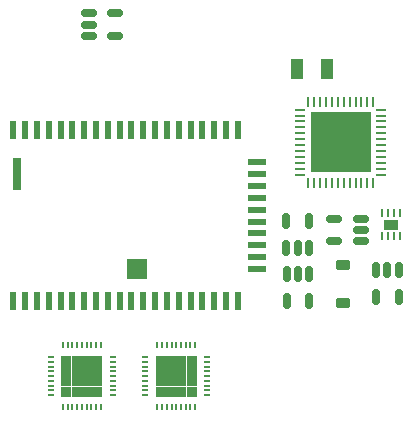
<source format=gbr>
%TF.GenerationSoftware,KiCad,Pcbnew,(7.0.0)*%
%TF.CreationDate,2023-05-27T11:20:30+01:00*%
%TF.ProjectId,left_main,6c656674-5f6d-4616-996e-2e6b69636164,rev?*%
%TF.SameCoordinates,Original*%
%TF.FileFunction,Soldermask,Bot*%
%TF.FilePolarity,Negative*%
%FSLAX46Y46*%
G04 Gerber Fmt 4.6, Leading zero omitted, Abs format (unit mm)*
G04 Created by KiCad (PCBNEW (7.0.0)) date 2023-05-27 11:20:30*
%MOMM*%
%LPD*%
G01*
G04 APERTURE LIST*
G04 Aperture macros list*
%AMRoundRect*
0 Rectangle with rounded corners*
0 $1 Rounding radius*
0 $2 $3 $4 $5 $6 $7 $8 $9 X,Y pos of 4 corners*
0 Add a 4 corners polygon primitive as box body*
4,1,4,$2,$3,$4,$5,$6,$7,$8,$9,$2,$3,0*
0 Add four circle primitives for the rounded corners*
1,1,$1+$1,$2,$3*
1,1,$1+$1,$4,$5*
1,1,$1+$1,$6,$7*
1,1,$1+$1,$8,$9*
0 Add four rect primitives between the rounded corners*
20,1,$1+$1,$2,$3,$4,$5,0*
20,1,$1+$1,$4,$5,$6,$7,0*
20,1,$1+$1,$6,$7,$8,$9,0*
20,1,$1+$1,$8,$9,$2,$3,0*%
G04 Aperture macros list end*
%ADD10R,0.600000X1.500000*%
%ADD11R,1.500000X0.600000*%
%ADD12R,0.760000X2.790000*%
%ADD13R,1.780000X1.780000*%
%ADD14O,0.650000X0.200000*%
%ADD15O,0.200000X0.650000*%
%ADD16R,0.875000X0.875000*%
%ADD17R,1.000000X1.800000*%
%ADD18RoundRect,0.062500X-0.062500X0.375000X-0.062500X-0.375000X0.062500X-0.375000X0.062500X0.375000X0*%
%ADD19RoundRect,0.062500X-0.375000X0.062500X-0.375000X-0.062500X0.375000X-0.062500X0.375000X0.062500X0*%
%ADD20R,5.100000X5.100000*%
%ADD21RoundRect,0.225000X0.375000X-0.225000X0.375000X0.225000X-0.375000X0.225000X-0.375000X-0.225000X0*%
%ADD22RoundRect,0.150000X-0.150000X0.512500X-0.150000X-0.512500X0.150000X-0.512500X0.150000X0.512500X0*%
%ADD23RoundRect,0.150000X0.150000X-0.512500X0.150000X0.512500X-0.150000X0.512500X-0.150000X-0.512500X0*%
%ADD24RoundRect,0.150000X-0.512500X-0.150000X0.512500X-0.150000X0.512500X0.150000X-0.512500X0.150000X0*%
%ADD25R,0.254000X0.711200*%
%ADD26R,1.295400X0.889000*%
%ADD27RoundRect,0.150000X0.512500X0.150000X-0.512500X0.150000X-0.512500X-0.150000X0.512500X-0.150000X0*%
G04 APERTURE END LIST*
D10*
%TO.C,U1*%
X56129999Y-41759999D03*
X57129999Y-41759999D03*
X58129999Y-41759999D03*
X59129999Y-41759999D03*
X60129999Y-41759999D03*
X61129999Y-41759999D03*
X62129999Y-41759999D03*
X63129999Y-41759999D03*
X64129999Y-41759999D03*
X65129999Y-41759999D03*
X66129999Y-41759999D03*
X67129999Y-41759999D03*
X68129999Y-41759999D03*
X69129999Y-41759999D03*
X70129999Y-41759999D03*
X71129999Y-41759999D03*
X72129999Y-41759999D03*
X73129999Y-41759999D03*
X74129999Y-41759999D03*
X75129999Y-41759999D03*
D11*
X76779999Y-44509999D03*
X76779999Y-45509999D03*
X76779999Y-46509999D03*
X76779999Y-47509999D03*
X76779999Y-48509999D03*
X76779999Y-49509999D03*
X76779999Y-50509999D03*
X76779999Y-51509999D03*
X76779999Y-52509999D03*
X76779999Y-53509999D03*
D10*
X75129999Y-56259999D03*
X74129999Y-56259999D03*
X73129999Y-56259999D03*
X72129999Y-56259999D03*
X71129999Y-56259999D03*
X70129999Y-56259999D03*
X69129999Y-56259999D03*
X68129999Y-56259999D03*
X67129999Y-56259999D03*
X66129999Y-56259999D03*
X65129999Y-56259999D03*
X64129999Y-56259999D03*
X63129999Y-56259999D03*
X62129999Y-56259999D03*
X61129999Y-56259999D03*
X60129999Y-56259999D03*
X59129999Y-56259999D03*
X58129999Y-56259999D03*
X57129999Y-56259999D03*
D12*
X56449999Y-45469999D03*
D13*
X66559999Y-53529999D03*
D10*
X56129999Y-56259999D03*
%TD*%
D14*
%TO.C,IC1*%
X67296427Y-64199999D03*
X67296427Y-63799999D03*
X67296427Y-63399999D03*
X67296427Y-62999999D03*
X67296427Y-62599999D03*
X67296427Y-62199999D03*
X67296427Y-61799999D03*
X67296427Y-61399999D03*
X67296427Y-60999999D03*
D15*
X68321427Y-59974999D03*
X68721427Y-59974999D03*
X69121427Y-59974999D03*
X69521427Y-59974999D03*
X69921427Y-59974999D03*
X70321427Y-59974999D03*
X70721427Y-59974999D03*
X71121427Y-59974999D03*
X71521427Y-59974999D03*
D14*
X72546427Y-60999999D03*
X72546427Y-61399999D03*
X72546427Y-61799999D03*
X72546427Y-62199999D03*
X72546427Y-62599999D03*
X72546427Y-62999999D03*
X72546427Y-63399999D03*
X72546427Y-63799999D03*
X72546427Y-64199999D03*
D15*
X71521427Y-65224999D03*
X71121427Y-65224999D03*
X70721427Y-65224999D03*
X70321427Y-65224999D03*
X69921427Y-65224999D03*
X69521427Y-65224999D03*
X69121427Y-65224999D03*
X68721427Y-65224999D03*
X68321427Y-65224999D03*
D16*
X68608927Y-61287499D03*
X68608927Y-62162499D03*
X68608927Y-63037499D03*
X68608927Y-63912499D03*
X69483927Y-61287499D03*
X69483927Y-62162499D03*
X69483927Y-63037499D03*
X69483927Y-63912499D03*
X70358927Y-61287499D03*
X70358927Y-62162499D03*
X70358927Y-63037499D03*
X70358927Y-63912499D03*
X71233927Y-61287499D03*
X71233927Y-62162499D03*
X71233927Y-63037499D03*
X71233927Y-63912499D03*
%TD*%
D17*
%TO.C,Y1*%
X80176499Y-36566499D03*
X82676499Y-36566499D03*
%TD*%
D18*
%TO.C,U2*%
X81098000Y-39353000D03*
X81598000Y-39353000D03*
X82098000Y-39353000D03*
X82598000Y-39353000D03*
X83098000Y-39353000D03*
X83598000Y-39353000D03*
X84098000Y-39353000D03*
X84598000Y-39353000D03*
X85098000Y-39353000D03*
X85598000Y-39353000D03*
X86098000Y-39353000D03*
X86598000Y-39353000D03*
D19*
X87285500Y-40040500D03*
X87285500Y-40540500D03*
X87285500Y-41040500D03*
X87285500Y-41540500D03*
X87285500Y-42040500D03*
X87285500Y-42540500D03*
X87285500Y-43040500D03*
X87285500Y-43540500D03*
X87285500Y-44040500D03*
X87285500Y-44540500D03*
X87285500Y-45040500D03*
X87285500Y-45540500D03*
D18*
X86598000Y-46228000D03*
X86098000Y-46228000D03*
X85598000Y-46228000D03*
X85098000Y-46228000D03*
X84598000Y-46228000D03*
X84098000Y-46228000D03*
X83598000Y-46228000D03*
X83098000Y-46228000D03*
X82598000Y-46228000D03*
X82098000Y-46228000D03*
X81598000Y-46228000D03*
X81098000Y-46228000D03*
D19*
X80410500Y-45540500D03*
X80410500Y-45040500D03*
X80410500Y-44540500D03*
X80410500Y-44040500D03*
X80410500Y-43540500D03*
X80410500Y-43040500D03*
X80410500Y-42540500D03*
X80410500Y-42040500D03*
X80410500Y-41540500D03*
X80410500Y-41040500D03*
X80410500Y-40540500D03*
X80410500Y-40040500D03*
D20*
X83847999Y-42790499D03*
%TD*%
D21*
%TO.C,D2*%
X84000000Y-56450000D03*
X84000000Y-53150000D03*
%TD*%
D22*
%TO.C,U6*%
X79300000Y-53925000D03*
X80250000Y-53925000D03*
X81200000Y-53925000D03*
X81200000Y-56200000D03*
X79300000Y-56200000D03*
%TD*%
D23*
%TO.C,U7*%
X81150000Y-51737500D03*
X80200000Y-51737500D03*
X79250000Y-51737500D03*
X79250000Y-49462500D03*
X81150000Y-49462500D03*
%TD*%
D22*
%TO.C,U3*%
X86850000Y-53627500D03*
X87800000Y-53627500D03*
X88750000Y-53627500D03*
X88750000Y-55902500D03*
X86850000Y-55902500D03*
%TD*%
D24*
%TO.C,U8*%
X62495000Y-33782000D03*
X62495000Y-32832000D03*
X62495000Y-31882000D03*
X64770000Y-31882000D03*
X64770000Y-33782000D03*
%TD*%
D25*
%TO.C,U5*%
X88876001Y-50774599D03*
X88376000Y-50774599D03*
X87876000Y-50774599D03*
X87375999Y-50774599D03*
X87375999Y-48767999D03*
X87876000Y-48767999D03*
X88376000Y-48767999D03*
X88876001Y-48767999D03*
D26*
X88126000Y-49771299D03*
%TD*%
D14*
%TO.C,IC2*%
X64549999Y-60999999D03*
X64549999Y-61399999D03*
X64549999Y-61799999D03*
X64549999Y-62199999D03*
X64549999Y-62599999D03*
X64549999Y-62999999D03*
X64549999Y-63399999D03*
X64549999Y-63799999D03*
X64549999Y-64199999D03*
D15*
X63524999Y-65224999D03*
X63124999Y-65224999D03*
X62724999Y-65224999D03*
X62324999Y-65224999D03*
X61924999Y-65224999D03*
X61524999Y-65224999D03*
X61124999Y-65224999D03*
X60724999Y-65224999D03*
X60324999Y-65224999D03*
D14*
X59299999Y-64199999D03*
X59299999Y-63799999D03*
X59299999Y-63399999D03*
X59299999Y-62999999D03*
X59299999Y-62599999D03*
X59299999Y-62199999D03*
X59299999Y-61799999D03*
X59299999Y-61399999D03*
X59299999Y-60999999D03*
D15*
X60324999Y-59974999D03*
X60724999Y-59974999D03*
X61124999Y-59974999D03*
X61524999Y-59974999D03*
X61924999Y-59974999D03*
X62324999Y-59974999D03*
X62724999Y-59974999D03*
X63124999Y-59974999D03*
X63524999Y-59974999D03*
D16*
X63237499Y-63912499D03*
X63237499Y-63037499D03*
X63237499Y-62162499D03*
X63237499Y-61287499D03*
X62362499Y-63912499D03*
X62362499Y-63037499D03*
X62362499Y-62162499D03*
X62362499Y-61287499D03*
X61487499Y-63912499D03*
X61487499Y-63037499D03*
X61487499Y-62162499D03*
X61487499Y-61287499D03*
X60612499Y-63912499D03*
X60612499Y-63037499D03*
X60612499Y-62162499D03*
X60612499Y-61287499D03*
%TD*%
D27*
%TO.C,U4*%
X85537500Y-49300000D03*
X85537500Y-50250000D03*
X85537500Y-51200000D03*
X83262500Y-51200000D03*
X83262500Y-49300000D03*
%TD*%
M02*

</source>
